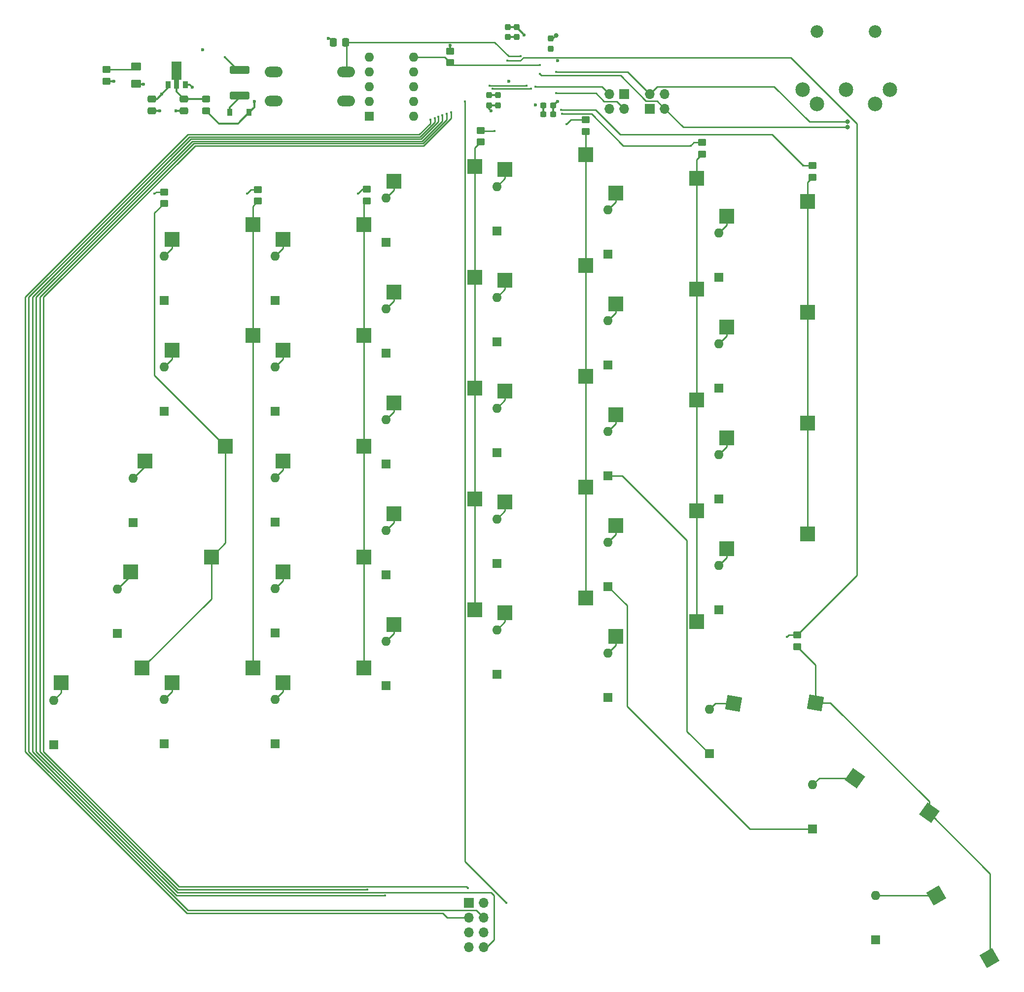
<source format=gbr>
%TF.GenerationSoftware,KiCad,Pcbnew,(6.0.0)*%
%TF.CreationDate,2022-01-02T22:46:40-08:00*%
%TF.ProjectId,thumbler_left,7468756d-626c-4657-925f-6c6566742e6b,rev?*%
%TF.SameCoordinates,Original*%
%TF.FileFunction,Copper,L4,Bot*%
%TF.FilePolarity,Positive*%
%FSLAX46Y46*%
G04 Gerber Fmt 4.6, Leading zero omitted, Abs format (unit mm)*
G04 Created by KiCad (PCBNEW (6.0.0)) date 2022-01-02 22:46:40*
%MOMM*%
%LPD*%
G01*
G04 APERTURE LIST*
G04 Aperture macros list*
%AMRoundRect*
0 Rectangle with rounded corners*
0 $1 Rounding radius*
0 $2 $3 $4 $5 $6 $7 $8 $9 X,Y pos of 4 corners*
0 Add a 4 corners polygon primitive as box body*
4,1,4,$2,$3,$4,$5,$6,$7,$8,$9,$2,$3,0*
0 Add four circle primitives for the rounded corners*
1,1,$1+$1,$2,$3*
1,1,$1+$1,$4,$5*
1,1,$1+$1,$6,$7*
1,1,$1+$1,$8,$9*
0 Add four rect primitives between the rounded corners*
20,1,$1+$1,$2,$3,$4,$5,0*
20,1,$1+$1,$4,$5,$6,$7,0*
20,1,$1+$1,$6,$7,$8,$9,0*
20,1,$1+$1,$8,$9,$2,$3,0*%
%AMRotRect*
0 Rectangle, with rotation*
0 The origin of the aperture is its center*
0 $1 length*
0 $2 width*
0 $3 Rotation angle, in degrees counterclockwise*
0 Add horizontal line*
21,1,$1,$2,0,0,$3*%
%AMFreePoly0*
4,1,9,3.862500,-0.866500,0.737500,-0.866500,0.737500,-0.450000,-0.737500,-0.450000,-0.737500,0.450000,0.737500,0.450000,0.737500,0.866500,3.862500,0.866500,3.862500,-0.866500,3.862500,-0.866500,$1*%
G04 Aperture macros list end*
%TA.AperFunction,SMDPad,CuDef*%
%ADD10R,2.550000X2.500000*%
%TD*%
%TA.AperFunction,ComponentPad*%
%ADD11R,1.600000X1.600000*%
%TD*%
%TA.AperFunction,ComponentPad*%
%ADD12O,1.600000X1.600000*%
%TD*%
%TA.AperFunction,ComponentPad*%
%ADD13C,2.500000*%
%TD*%
%TA.AperFunction,ComponentPad*%
%ADD14C,2.184400*%
%TD*%
%TA.AperFunction,ComponentPad*%
%ADD15R,1.700000X1.700000*%
%TD*%
%TA.AperFunction,ComponentPad*%
%ADD16O,1.700000X1.700000*%
%TD*%
%TA.AperFunction,SMDPad,CuDef*%
%ADD17RotRect,2.550000X2.500000X350.000000*%
%TD*%
%TA.AperFunction,SMDPad,CuDef*%
%ADD18RotRect,2.550000X2.500000X324.600000*%
%TD*%
%TA.AperFunction,SMDPad,CuDef*%
%ADD19RotRect,2.550000X2.500000X300.000000*%
%TD*%
%TA.AperFunction,SMDPad,CuDef*%
%ADD20RoundRect,0.250000X-0.475000X0.337500X-0.475000X-0.337500X0.475000X-0.337500X0.475000X0.337500X0*%
%TD*%
%TA.AperFunction,SMDPad,CuDef*%
%ADD21RoundRect,0.237500X-0.237500X0.300000X-0.237500X-0.300000X0.237500X-0.300000X0.237500X0.300000X0*%
%TD*%
%TA.AperFunction,SMDPad,CuDef*%
%ADD22RoundRect,0.237500X-0.300000X-0.237500X0.300000X-0.237500X0.300000X0.237500X-0.300000X0.237500X0*%
%TD*%
%TA.AperFunction,SMDPad,CuDef*%
%ADD23RoundRect,0.237500X0.237500X-0.300000X0.237500X0.300000X-0.237500X0.300000X-0.237500X-0.300000X0*%
%TD*%
%TA.AperFunction,SMDPad,CuDef*%
%ADD24RoundRect,0.250000X0.337500X0.475000X-0.337500X0.475000X-0.337500X-0.475000X0.337500X-0.475000X0*%
%TD*%
%TA.AperFunction,SMDPad,CuDef*%
%ADD25RoundRect,0.250000X-0.625000X0.462500X-0.625000X-0.462500X0.625000X-0.462500X0.625000X0.462500X0*%
%TD*%
%TA.AperFunction,SMDPad,CuDef*%
%ADD26RoundRect,0.249999X0.450001X-0.350001X0.450001X0.350001X-0.450001X0.350001X-0.450001X-0.350001X0*%
%TD*%
%TA.AperFunction,SMDPad,CuDef*%
%ADD27RoundRect,0.249999X-0.450001X0.350001X-0.450001X-0.350001X0.450001X-0.350001X0.450001X0.350001X0*%
%TD*%
%TA.AperFunction,ComponentPad*%
%ADD28O,3.048000X1.850000*%
%TD*%
%TA.AperFunction,SMDPad,CuDef*%
%ADD29R,0.900000X1.300000*%
%TD*%
%TA.AperFunction,SMDPad,CuDef*%
%ADD30FreePoly0,90.000000*%
%TD*%
%TA.AperFunction,SMDPad,CuDef*%
%ADD31R,0.900000X1.200000*%
%TD*%
%TA.AperFunction,SMDPad,CuDef*%
%ADD32RoundRect,0.249999X-0.450001X0.325001X-0.450001X-0.325001X0.450001X-0.325001X0.450001X0.325001X0*%
%TD*%
%TA.AperFunction,SMDPad,CuDef*%
%ADD33RoundRect,0.250000X-1.450000X0.400000X-1.450000X-0.400000X1.450000X-0.400000X1.450000X0.400000X0*%
%TD*%
%TA.AperFunction,ViaPad*%
%ADD34C,0.600000*%
%TD*%
%TA.AperFunction,ViaPad*%
%ADD35C,0.800000*%
%TD*%
%TA.AperFunction,ViaPad*%
%ADD36C,0.450000*%
%TD*%
%TA.AperFunction,Conductor*%
%ADD37C,0.350000*%
%TD*%
%TA.AperFunction,Conductor*%
%ADD38C,0.250000*%
%TD*%
G04 APERTURE END LIST*
D10*
%TO.P,S1,1,1*%
%TO.N,Net-(D3-Pad2)*%
X90046000Y-251711000D03*
%TO.P,S1,2,2*%
%TO.N,Net-(R3-Pad2)*%
X103896000Y-249171000D03*
%TD*%
%TO.P,S4,1,1*%
%TO.N,Net-(D6-Pad2)*%
X109093000Y-175506200D03*
%TO.P,S4,2,2*%
%TO.N,Net-(R5-Pad2)*%
X122943000Y-172966200D03*
%TD*%
D11*
%TO.P,D6,1,K*%
%TO.N,L_ROW1*%
X107711000Y-186032200D03*
D12*
%TO.P,D6,2,A*%
%TO.N,Net-(D6-Pad2)*%
X107711000Y-178412200D03*
%TD*%
D11*
%TO.P,D3,1,K*%
%TO.N,L_ROW5*%
X88701000Y-262394000D03*
D12*
%TO.P,D3,2,A*%
%TO.N,Net-(D3-Pad2)*%
X88701000Y-254774000D03*
%TD*%
D11*
%TO.P,D29,1,K*%
%TO.N,L_ROW3*%
X201345800Y-263906000D03*
D12*
%TO.P,D29,2,A*%
%TO.N,Net-(D29-Pad2)*%
X201345800Y-256286000D03*
%TD*%
D11*
%TO.P,D30,1,K*%
%TO.N,L_ROW4*%
X219075000Y-276860000D03*
D12*
%TO.P,D30,2,A*%
%TO.N,Net-(D30-Pad2)*%
X219075000Y-269240000D03*
%TD*%
D11*
%TO.P,D31,1,K*%
%TO.N,L_ROW5*%
X229870000Y-295910000D03*
D12*
%TO.P,D31,2,A*%
%TO.N,Net-(D31-Pad2)*%
X229870000Y-288290000D03*
%TD*%
D13*
%TO.P,J4,1*%
%TO.N,GND*%
X217317306Y-149732831D03*
%TO.P,J4,2*%
%TO.N,Net-(J4-Pad2)*%
X224817306Y-149732831D03*
%TO.P,J4,3*%
%TO.N,L_RX*%
X232317306Y-149732831D03*
%TO.P,J4,4*%
%TO.N,+5V*%
X219817306Y-152232831D03*
%TO.P,J4,5*%
%TO.N,L_TX*%
X229817306Y-152232831D03*
D14*
%TO.P,J4,MH*%
%TO.N,N/C*%
X229817306Y-139732831D03*
X219817306Y-139732831D03*
%TD*%
D15*
%TO.P,J3,1,Pin_1*%
%TO.N,GND*%
X186695000Y-150490000D03*
D16*
%TO.P,J3,2,Pin_2*%
%TO.N,L_SWCLK*%
X186695000Y-153030000D03*
%TO.P,J3,3,Pin_3*%
%TO.N,L_SWDIO*%
X184155000Y-150490000D03*
%TO.P,J3,4,Pin_4*%
%TO.N,+3V3*%
X184155000Y-153030000D03*
%TD*%
D17*
%TO.P,S27,1,1*%
%TO.N,Net-(D29-Pad2)*%
X205466920Y-255240408D03*
%TO.P,S27,2,2*%
%TO.N,Net-(R11-Pad2)*%
X219547574Y-255144024D03*
%TD*%
D18*
%TO.P,S28,1,1*%
%TO.N,Net-(D30-Pad2)*%
X226303906Y-268087981D03*
%TO.P,S28,2,2*%
%TO.N,Net-(R11-Pad2)*%
X239064800Y-274040600D03*
%TD*%
D19*
%TO.P,S29,1,1*%
%TO.N,Net-(D31-Pad2)*%
X240290617Y-288299663D03*
%TO.P,S29,2,2*%
%TO.N,Net-(R11-Pad2)*%
X249415321Y-299024115D03*
%TD*%
D15*
%TO.P,J2,1,Pin_1*%
%TO.N,GND*%
X191135000Y-153035000D03*
D16*
%TO.P,J2,2,Pin_2*%
%TO.N,L_TX*%
X191135000Y-150495000D03*
%TO.P,J2,3,Pin_3*%
%TO.N,L_RX*%
X193675000Y-153035000D03*
%TO.P,J2,4,Pin_4*%
%TO.N,+3V3*%
X193675000Y-150495000D03*
%TD*%
D10*
%TO.P,S7,1,1*%
%TO.N,Net-(D9-Pad2)*%
X128143000Y-175506200D03*
%TO.P,S7,2,2*%
%TO.N,Net-(R6-Pad2)*%
X141993000Y-172966200D03*
%TD*%
%TO.P,S12,1,1*%
%TO.N,Net-(D14-Pad2)*%
X147193000Y-165506200D03*
%TO.P,S12,2,2*%
%TO.N,Net-(R8-Pad2)*%
X161043000Y-162966200D03*
%TD*%
%TO.P,S17,1,1*%
%TO.N,Net-(D19-Pad2)*%
X166243000Y-163506200D03*
%TO.P,S17,2,2*%
%TO.N,Net-(R9-Pad2)*%
X180093000Y-160966200D03*
%TD*%
%TO.P,S22,1,1*%
%TO.N,Net-(D24-Pad2)*%
X185293000Y-167506200D03*
%TO.P,S22,2,2*%
%TO.N,Net-(R10-Pad2)*%
X199143000Y-164966200D03*
%TD*%
%TO.P,S30,1,1*%
%TO.N,Net-(D32-Pad2)*%
X204343000Y-171506200D03*
%TO.P,S30,2,2*%
%TO.N,Net-(R12-Pad2)*%
X218193000Y-168966200D03*
%TD*%
%TO.P,S5,1,1*%
%TO.N,Net-(D7-Pad2)*%
X109093000Y-194556200D03*
%TO.P,S5,2,2*%
%TO.N,Net-(R5-Pad2)*%
X122943000Y-192016200D03*
%TD*%
%TO.P,S8,1,1*%
%TO.N,Net-(D10-Pad2)*%
X128143000Y-194556200D03*
%TO.P,S8,2,2*%
%TO.N,Net-(R6-Pad2)*%
X141993000Y-192016200D03*
%TD*%
%TO.P,S13,1,1*%
%TO.N,Net-(D15-Pad2)*%
X147193000Y-184556200D03*
%TO.P,S13,2,2*%
%TO.N,Net-(R8-Pad2)*%
X161043000Y-182016200D03*
%TD*%
%TO.P,S18,1,1*%
%TO.N,Net-(D20-Pad2)*%
X166243000Y-182556200D03*
%TO.P,S18,2,2*%
%TO.N,Net-(R9-Pad2)*%
X180093000Y-180016200D03*
%TD*%
%TO.P,S23,1,1*%
%TO.N,Net-(D25-Pad2)*%
X185293000Y-186556200D03*
%TO.P,S23,2,2*%
%TO.N,Net-(R10-Pad2)*%
X199143000Y-184016200D03*
%TD*%
%TO.P,S31,1,1*%
%TO.N,Net-(D33-Pad2)*%
X204343000Y-190556200D03*
%TO.P,S31,2,2*%
%TO.N,Net-(R12-Pad2)*%
X218193000Y-188016200D03*
%TD*%
%TO.P,S2,1,1*%
%TO.N,Net-(D4-Pad2)*%
X104366516Y-213597880D03*
%TO.P,S2,2,2*%
%TO.N,Net-(R3-Pad2)*%
X118216516Y-211057880D03*
%TD*%
%TO.P,S9,1,1*%
%TO.N,Net-(D11-Pad2)*%
X128143000Y-213606200D03*
%TO.P,S9,2,2*%
%TO.N,Net-(R6-Pad2)*%
X141993000Y-211066200D03*
%TD*%
%TO.P,S14,1,1*%
%TO.N,Net-(D16-Pad2)*%
X147193000Y-203606200D03*
%TO.P,S14,2,2*%
%TO.N,Net-(R8-Pad2)*%
X161043000Y-201066200D03*
%TD*%
%TO.P,S19,1,1*%
%TO.N,Net-(D21-Pad2)*%
X166243000Y-201606200D03*
%TO.P,S19,2,2*%
%TO.N,Net-(R9-Pad2)*%
X180093000Y-199066200D03*
%TD*%
%TO.P,S24,1,1*%
%TO.N,Net-(D26-Pad2)*%
X185293000Y-205606200D03*
%TO.P,S24,2,2*%
%TO.N,Net-(R10-Pad2)*%
X199143000Y-203066200D03*
%TD*%
%TO.P,S32,1,1*%
%TO.N,Net-(D34-Pad2)*%
X204343000Y-209606200D03*
%TO.P,S32,2,2*%
%TO.N,Net-(R12-Pad2)*%
X218193000Y-207066200D03*
%TD*%
%TO.P,S3,1,1*%
%TO.N,Net-(D5-Pad2)*%
X101945456Y-232655156D03*
%TO.P,S3,2,2*%
%TO.N,Net-(R3-Pad2)*%
X115795456Y-230115156D03*
%TD*%
%TO.P,S10,1,1*%
%TO.N,Net-(D12-Pad2)*%
X128143000Y-232656200D03*
%TO.P,S10,2,2*%
%TO.N,Net-(R6-Pad2)*%
X141993000Y-230116200D03*
%TD*%
%TO.P,S15,1,1*%
%TO.N,Net-(D17-Pad2)*%
X147193000Y-222656200D03*
%TO.P,S15,2,2*%
%TO.N,Net-(R8-Pad2)*%
X161043000Y-220116200D03*
%TD*%
%TO.P,S20,1,1*%
%TO.N,Net-(D22-Pad2)*%
X166243000Y-220656200D03*
%TO.P,S20,2,2*%
%TO.N,Net-(R9-Pad2)*%
X180093000Y-218116200D03*
%TD*%
%TO.P,S25,1,1*%
%TO.N,Net-(D27-Pad2)*%
X185293000Y-224656200D03*
%TO.P,S25,2,2*%
%TO.N,Net-(R10-Pad2)*%
X199143000Y-222116200D03*
%TD*%
%TO.P,S33,1,1*%
%TO.N,Net-(D35-Pad2)*%
X204343000Y-228656200D03*
%TO.P,S33,2,2*%
%TO.N,Net-(R12-Pad2)*%
X218193000Y-226116200D03*
%TD*%
%TO.P,S6,1,1*%
%TO.N,Net-(D8-Pad2)*%
X109093000Y-251706200D03*
%TO.P,S6,2,2*%
%TO.N,Net-(R5-Pad2)*%
X122943000Y-249166200D03*
%TD*%
%TO.P,S11,1,1*%
%TO.N,Net-(D13-Pad2)*%
X128143000Y-251706200D03*
%TO.P,S11,2,2*%
%TO.N,Net-(R6-Pad2)*%
X141993000Y-249166200D03*
%TD*%
%TO.P,S16,1,1*%
%TO.N,Net-(D18-Pad2)*%
X147193000Y-241706200D03*
%TO.P,S16,2,2*%
%TO.N,Net-(R8-Pad2)*%
X161043000Y-239166200D03*
%TD*%
%TO.P,S21,1,1*%
%TO.N,Net-(D23-Pad2)*%
X166243000Y-239706200D03*
%TO.P,S21,2,2*%
%TO.N,Net-(R9-Pad2)*%
X180093000Y-237166200D03*
%TD*%
%TO.P,S26,1,1*%
%TO.N,Net-(D28-Pad2)*%
X185293000Y-243706200D03*
%TO.P,S26,2,2*%
%TO.N,Net-(R10-Pad2)*%
X199143000Y-241166200D03*
%TD*%
D11*
%TO.P,D9,1,K*%
%TO.N,L_ROW1*%
X126761000Y-186032200D03*
D12*
%TO.P,D9,2,A*%
%TO.N,Net-(D9-Pad2)*%
X126761000Y-178412200D03*
%TD*%
D11*
%TO.P,D14,1,K*%
%TO.N,L_ROW1*%
X145811000Y-176032200D03*
D12*
%TO.P,D14,2,A*%
%TO.N,Net-(D14-Pad2)*%
X145811000Y-168412200D03*
%TD*%
D11*
%TO.P,D19,1,K*%
%TO.N,L_ROW1*%
X164861000Y-174032200D03*
D12*
%TO.P,D19,2,A*%
%TO.N,Net-(D19-Pad2)*%
X164861000Y-166412200D03*
%TD*%
D11*
%TO.P,D24,1,K*%
%TO.N,L_ROW1*%
X183911000Y-178032200D03*
D12*
%TO.P,D24,2,A*%
%TO.N,Net-(D24-Pad2)*%
X183911000Y-170412200D03*
%TD*%
D11*
%TO.P,D32,1,K*%
%TO.N,L_ROW2*%
X202961000Y-182032200D03*
D12*
%TO.P,D32,2,A*%
%TO.N,Net-(D32-Pad2)*%
X202961000Y-174412200D03*
%TD*%
D11*
%TO.P,D7,1,K*%
%TO.N,L_ROW2*%
X107711000Y-205082200D03*
D12*
%TO.P,D7,2,A*%
%TO.N,Net-(D7-Pad2)*%
X107711000Y-197462200D03*
%TD*%
D11*
%TO.P,D10,1,K*%
%TO.N,L_ROW2*%
X126761000Y-205082200D03*
D12*
%TO.P,D10,2,A*%
%TO.N,Net-(D10-Pad2)*%
X126761000Y-197462200D03*
%TD*%
D11*
%TO.P,D15,1,K*%
%TO.N,L_ROW2*%
X145811000Y-195082200D03*
D12*
%TO.P,D15,2,A*%
%TO.N,Net-(D15-Pad2)*%
X145811000Y-187462200D03*
%TD*%
D11*
%TO.P,D20,1,K*%
%TO.N,L_ROW2*%
X164861000Y-193082200D03*
D12*
%TO.P,D20,2,A*%
%TO.N,Net-(D20-Pad2)*%
X164861000Y-185462200D03*
%TD*%
D11*
%TO.P,D25,1,K*%
%TO.N,L_ROW2*%
X183911000Y-197082200D03*
D12*
%TO.P,D25,2,A*%
%TO.N,Net-(D25-Pad2)*%
X183911000Y-189462200D03*
%TD*%
D11*
%TO.P,D33,1,K*%
%TO.N,L_ROW3*%
X202961000Y-201082200D03*
D12*
%TO.P,D33,2,A*%
%TO.N,Net-(D33-Pad2)*%
X202961000Y-193462200D03*
%TD*%
D11*
%TO.P,D4,1,K*%
%TO.N,L_ROW3*%
X102331600Y-224155000D03*
D12*
%TO.P,D4,2,A*%
%TO.N,Net-(D4-Pad2)*%
X102331600Y-216535000D03*
%TD*%
D11*
%TO.P,D11,1,K*%
%TO.N,L_ROW3*%
X126761000Y-224132200D03*
D12*
%TO.P,D11,2,A*%
%TO.N,Net-(D11-Pad2)*%
X126761000Y-216512200D03*
%TD*%
D11*
%TO.P,D16,1,K*%
%TO.N,L_ROW3*%
X145811000Y-214132200D03*
D12*
%TO.P,D16,2,A*%
%TO.N,Net-(D16-Pad2)*%
X145811000Y-206512200D03*
%TD*%
D11*
%TO.P,D21,1,K*%
%TO.N,L_ROW3*%
X164861000Y-212132200D03*
D12*
%TO.P,D21,2,A*%
%TO.N,Net-(D21-Pad2)*%
X164861000Y-204512200D03*
%TD*%
D11*
%TO.P,D26,1,K*%
%TO.N,L_ROW3*%
X183911000Y-216132200D03*
D12*
%TO.P,D26,2,A*%
%TO.N,Net-(D26-Pad2)*%
X183911000Y-208512200D03*
%TD*%
D11*
%TO.P,D34,1,K*%
%TO.N,L_ROW4*%
X202961000Y-220132200D03*
D12*
%TO.P,D34,2,A*%
%TO.N,Net-(D34-Pad2)*%
X202961000Y-212512200D03*
%TD*%
D11*
%TO.P,D5,1,K*%
%TO.N,L_ROW4*%
X99695000Y-243205000D03*
D12*
%TO.P,D5,2,A*%
%TO.N,Net-(D5-Pad2)*%
X99695000Y-235585000D03*
%TD*%
D11*
%TO.P,D12,1,K*%
%TO.N,L_ROW4*%
X126761000Y-243182200D03*
D12*
%TO.P,D12,2,A*%
%TO.N,Net-(D12-Pad2)*%
X126761000Y-235562200D03*
%TD*%
D11*
%TO.P,D17,1,K*%
%TO.N,L_ROW4*%
X145811000Y-233182200D03*
D12*
%TO.P,D17,2,A*%
%TO.N,Net-(D17-Pad2)*%
X145811000Y-225562200D03*
%TD*%
D11*
%TO.P,D22,1,K*%
%TO.N,L_ROW4*%
X164861000Y-231182200D03*
D12*
%TO.P,D22,2,A*%
%TO.N,Net-(D22-Pad2)*%
X164861000Y-223562200D03*
%TD*%
D11*
%TO.P,D27,1,K*%
%TO.N,L_ROW4*%
X183911000Y-235182200D03*
D12*
%TO.P,D27,2,A*%
%TO.N,Net-(D27-Pad2)*%
X183911000Y-227562200D03*
%TD*%
D11*
%TO.P,D35,1,K*%
%TO.N,L_ROW5*%
X202961000Y-239182200D03*
D12*
%TO.P,D35,2,A*%
%TO.N,Net-(D35-Pad2)*%
X202961000Y-231562200D03*
%TD*%
D11*
%TO.P,D8,1,K*%
%TO.N,L_ROW5*%
X107711000Y-262232200D03*
D12*
%TO.P,D8,2,A*%
%TO.N,Net-(D8-Pad2)*%
X107711000Y-254612200D03*
%TD*%
D11*
%TO.P,D13,1,K*%
%TO.N,L_ROW5*%
X126761000Y-262232200D03*
D12*
%TO.P,D13,2,A*%
%TO.N,Net-(D13-Pad2)*%
X126761000Y-254612200D03*
%TD*%
D11*
%TO.P,D18,1,K*%
%TO.N,L_ROW5*%
X145811000Y-252232200D03*
D12*
%TO.P,D18,2,A*%
%TO.N,Net-(D18-Pad2)*%
X145811000Y-244612200D03*
%TD*%
D11*
%TO.P,D23,1,K*%
%TO.N,L_ROW5*%
X164861000Y-250232200D03*
D12*
%TO.P,D23,2,A*%
%TO.N,Net-(D23-Pad2)*%
X164861000Y-242612200D03*
%TD*%
D11*
%TO.P,D28,1,K*%
%TO.N,L_ROW5*%
X183911000Y-254232200D03*
D12*
%TO.P,D28,2,A*%
%TO.N,Net-(D28-Pad2)*%
X183911000Y-246612200D03*
%TD*%
D15*
%TO.P,J9,1,Pin_1*%
%TO.N,GND*%
X160020000Y-289560000D03*
D16*
%TO.P,J9,2,Pin_2*%
%TO.N,ENC_BN*%
X162560000Y-289560000D03*
%TO.P,J9,3,Pin_3*%
%TO.N,ENC_B*%
X160020000Y-292100000D03*
%TO.P,J9,4,Pin_4*%
%TO.N,ENC_A*%
X162560000Y-292100000D03*
%TO.P,J9,5,Pin_5*%
%TO.N,ENC_LF*%
X160020000Y-294640000D03*
%TO.P,J9,6,Pin_6*%
%TO.N,ENC_UP*%
X162560000Y-294640000D03*
%TO.P,J9,7,Pin_7*%
%TO.N,ENC_RT*%
X160020000Y-297180000D03*
%TO.P,J9,8,Pin_8*%
%TO.N,ENC_DN*%
X162560000Y-297180000D03*
%TD*%
D20*
%TO.P,C1,1*%
%TO.N,Net-(C1-Pad1)*%
X111125000Y-151331250D03*
%TO.P,C1,2*%
%TO.N,GND*%
X111125000Y-153406250D03*
%TD*%
D21*
%TO.P,C3,1*%
%TO.N,+3V3*%
X163515100Y-150728600D03*
%TO.P,C3,2*%
%TO.N,GND*%
X163515100Y-152453600D03*
%TD*%
D22*
%TO.P,C7,1*%
%TO.N,+3V3*%
X172812600Y-152506600D03*
%TO.P,C7,2*%
%TO.N,GND*%
X174537600Y-152506600D03*
%TD*%
D23*
%TO.P,C8,1*%
%TO.N,+3V3*%
X174056100Y-142701100D03*
%TO.P,C8,2*%
%TO.N,GND*%
X174056100Y-140976100D03*
%TD*%
%TO.P,C9,1*%
%TO.N,+3V3*%
X166702800Y-140695600D03*
%TO.P,C9,2*%
%TO.N,GND*%
X166702800Y-138970600D03*
%TD*%
D24*
%TO.P,C4,1*%
%TO.N,~{RST}*%
X138832500Y-141605000D03*
%TO.P,C4,2*%
%TO.N,GND*%
X136757500Y-141605000D03*
%TD*%
D23*
%TO.P,C10,1*%
%TO.N,+3V3*%
X168214100Y-140695600D03*
%TO.P,C10,2*%
%TO.N,GND*%
X168214100Y-138970600D03*
%TD*%
D25*
%TO.P,D2,1,K*%
%TO.N,Net-(D2-Pad1)*%
X102842500Y-145801250D03*
%TO.P,D2,2,A*%
%TO.N,+3V3*%
X102842500Y-148776250D03*
%TD*%
D26*
%TO.P,R7,1*%
%TO.N,L_BOOT0*%
X156845000Y-145145000D03*
%TO.P,R7,2*%
%TO.N,GND*%
X156845000Y-143145000D03*
%TD*%
D27*
%TO.P,R4,1*%
%TO.N,Net-(D2-Pad1)*%
X97762500Y-146288750D03*
%TO.P,R4,2*%
%TO.N,GND*%
X97762500Y-148288750D03*
%TD*%
%TO.P,R6,1*%
%TO.N,L_COL5*%
X142523600Y-166880600D03*
%TO.P,R6,2*%
%TO.N,Net-(R6-Pad2)*%
X142523600Y-168880600D03*
%TD*%
%TO.P,R8,1*%
%TO.N,L_COL4*%
X162030800Y-156771400D03*
%TO.P,R8,2*%
%TO.N,Net-(R8-Pad2)*%
X162030800Y-158771400D03*
%TD*%
%TO.P,R9,1*%
%TO.N,L_COL3*%
X180086000Y-154956000D03*
%TO.P,R9,2*%
%TO.N,Net-(R9-Pad2)*%
X180086000Y-156956000D03*
%TD*%
%TO.P,R10,1*%
%TO.N,L_COL2*%
X200080000Y-158854200D03*
%TO.P,R10,2*%
%TO.N,Net-(R10-Pad2)*%
X200080000Y-160854200D03*
%TD*%
%TO.P,R11,1*%
%TO.N,L_COL8*%
X216408000Y-243491000D03*
%TO.P,R11,2*%
%TO.N,Net-(R11-Pad2)*%
X216408000Y-245491000D03*
%TD*%
%TO.P,R12,1*%
%TO.N,L_COL1*%
X219028400Y-162816600D03*
%TO.P,R12,2*%
%TO.N,Net-(R12-Pad2)*%
X219028400Y-164816600D03*
%TD*%
D28*
%TO.P,SW1,1,1*%
%TO.N,GND*%
X126475000Y-151725000D03*
X138975000Y-151725000D03*
%TO.P,SW1,2,2*%
%TO.N,~{RST}*%
X126475000Y-146725000D03*
X138975000Y-146725000D03*
%TD*%
D11*
%TO.P,SW2,1*%
%TO.N,GND*%
X142925750Y-154294250D03*
D12*
%TO.P,SW2,2*%
X142925750Y-151754250D03*
%TO.P,SW2,3*%
X142925750Y-149214250D03*
%TO.P,SW2,4*%
X142925750Y-146674250D03*
%TO.P,SW2,5*%
%TO.N,+3V3*%
X142925750Y-144134250D03*
%TO.P,SW2,6*%
%TO.N,L_BOOT0*%
X150545750Y-144134250D03*
%TO.P,SW2,7*%
%TO.N,L_OPT4*%
X150545750Y-146674250D03*
%TO.P,SW2,8*%
%TO.N,L_OPT3*%
X150545750Y-149214250D03*
%TO.P,SW2,9*%
%TO.N,L_OPT2*%
X150545750Y-151754250D03*
%TO.P,SW2,10*%
%TO.N,L_OPT1*%
X150545750Y-154294250D03*
%TD*%
D29*
%TO.P,U2,1,GND*%
%TO.N,GND*%
X111355000Y-148938750D03*
D30*
%TO.P,U2,2,VI*%
%TO.N,Net-(C1-Pad1)*%
X109855000Y-148851250D03*
D29*
%TO.P,U2,3,VO*%
%TO.N,+3V3*%
X108355000Y-148938750D03*
%TD*%
D31*
%TO.P,D1,1,K*%
%TO.N,+5V*%
X122300000Y-153670000D03*
%TO.P,D1,2,A*%
%TO.N,Net-(D1-Pad2)*%
X119000000Y-153670000D03*
%TD*%
D27*
%TO.P,R5,1*%
%TO.N,L_COL6*%
X123829200Y-166931400D03*
%TO.P,R5,2*%
%TO.N,Net-(R5-Pad2)*%
X123829200Y-168931400D03*
%TD*%
D32*
%TO.P,FB1,1*%
%TO.N,Net-(C1-Pad1)*%
X114935000Y-151375000D03*
%TO.P,FB1,2*%
%TO.N,+5V*%
X114935000Y-153425000D03*
%TD*%
D33*
%TO.P,F1,1*%
%TO.N,Net-(F1-Pad1)*%
X120650000Y-146365000D03*
%TO.P,F1,2*%
%TO.N,Net-(D1-Pad2)*%
X120650000Y-150815000D03*
%TD*%
D20*
%TO.P,C2,1*%
%TO.N,+3V3*%
X105612500Y-151331250D03*
%TO.P,C2,2*%
%TO.N,GND*%
X105612500Y-153406250D03*
%TD*%
D22*
%TO.P,C5,1*%
%TO.N,+3V3*%
X172812600Y-154030600D03*
%TO.P,C5,2*%
%TO.N,GND*%
X174537600Y-154030600D03*
%TD*%
D21*
%TO.P,C6,1*%
%TO.N,+3V3*%
X165039100Y-150728600D03*
%TO.P,C6,2*%
%TO.N,GND*%
X165039100Y-152453600D03*
%TD*%
D27*
%TO.P,R3,1*%
%TO.N,L_COL7*%
X107674800Y-167337800D03*
%TO.P,R3,2*%
%TO.N,Net-(R3-Pad2)*%
X107674800Y-169337800D03*
%TD*%
D34*
%TO.N,GND*%
X171450000Y-152400000D03*
X169545000Y-140335000D03*
X163830000Y-153416000D03*
X166878000Y-148336000D03*
X175260000Y-151765000D03*
X135890000Y-140970000D03*
X156845000Y-142157502D03*
X114300000Y-142875000D03*
X175259999Y-144779999D03*
X106934000Y-153416000D03*
X109728000Y-153416000D03*
X99060000Y-148336000D03*
X112522000Y-149352000D03*
D35*
X175006000Y-140462000D03*
D34*
%TO.N,+3V3*%
X104140000Y-148844000D03*
X107315000Y-150495000D03*
X168323436Y-140675575D03*
X174056100Y-142727600D03*
X172786077Y-152310500D03*
X165039100Y-150628100D03*
D36*
%TO.N,~{RST}*%
X168910002Y-144018000D03*
D34*
%TO.N,+5V*%
X123190000Y-151765000D03*
D36*
%TO.N,L_TX*%
X175006000Y-146685000D03*
D35*
X225044000Y-155282497D03*
%TO.N,L_RX*%
X225044000Y-156210000D03*
D36*
X172212000Y-147066000D03*
%TO.N,L_SWCLK*%
X175006000Y-150368000D03*
%TO.N,L_SWDIO*%
X171450000Y-149225000D03*
%TO.N,L_COL7*%
X106045000Y-167640000D03*
%TO.N,L_BOOT0*%
X172212000Y-145542000D03*
%TO.N,L_USB_D+*%
X170688000Y-149606000D03*
X164084000Y-149606000D03*
%TO.N,L_USB_D-*%
X163576000Y-149098000D03*
X169926000Y-149098000D03*
%TO.N,L_COL6*%
X121920000Y-167640000D03*
%TO.N,L_COL5*%
X140970000Y-167640000D03*
%TO.N,L_COL4*%
X164465000Y-156845000D03*
%TO.N,L_COL3*%
X176784000Y-155702000D03*
%TO.N,L_COL2*%
X176022000Y-153924000D03*
X198120000Y-159385000D03*
%TO.N,L_COL8*%
X166624000Y-144780000D03*
X214630000Y-243840000D03*
%TO.N,L_COL1*%
X217424000Y-162814000D03*
X175897840Y-153208100D03*
%TO.N,Net-(F1-Pad1)*%
X118110000Y-144145000D03*
%TO.N,ENC_DN*%
X155448000Y-154178000D03*
%TO.N,ENC_RT*%
X156210000Y-153924000D03*
X142621000Y-287274000D03*
%TO.N,ENC_UP*%
X156972000Y-153670000D03*
X159893000Y-287020000D03*
%TO.N,ENC_LF*%
X154784117Y-154432000D03*
X145669000Y-288290000D03*
%TO.N,ENC_A*%
X154178000Y-154686000D03*
%TO.N,ENC_B*%
X153416000Y-154940000D03*
%TO.N,ENC_BN*%
X159385000Y-151765000D03*
X166497000Y-289560000D03*
%TD*%
D37*
%TO.N,Net-(D1-Pad2)*%
X120650000Y-151130000D02*
X119000000Y-152780000D01*
X120650000Y-150815000D02*
X120650000Y-151130000D01*
X119000000Y-152780000D02*
X119000000Y-153670000D01*
D38*
%TO.N,Net-(D3-Pad2)*%
X90046000Y-251711000D02*
X90046000Y-253429000D01*
X90046000Y-253429000D02*
X88701000Y-254774000D01*
%TO.N,Net-(D4-Pad2)*%
X104366516Y-213597880D02*
X104366516Y-214500084D01*
X104366516Y-214500084D02*
X102331600Y-216535000D01*
%TO.N,Net-(D5-Pad2)*%
X101945456Y-232655156D02*
X101945456Y-233334544D01*
X101945456Y-233334544D02*
X99695000Y-235585000D01*
%TO.N,Net-(D6-Pad2)*%
X109093000Y-175506200D02*
X109093000Y-177030200D01*
X109093000Y-177030200D02*
X107711000Y-178412200D01*
%TO.N,Net-(D7-Pad2)*%
X109093000Y-194556200D02*
X109093000Y-196080200D01*
X109093000Y-196080200D02*
X107711000Y-197462200D01*
%TO.N,Net-(D8-Pad2)*%
X109093000Y-253230200D02*
X107711000Y-254612200D01*
X109093000Y-251706200D02*
X109093000Y-253230200D01*
%TO.N,Net-(D9-Pad2)*%
X128143000Y-177030200D02*
X126761000Y-178412200D01*
X128143000Y-175506200D02*
X128143000Y-177030200D01*
%TO.N,Net-(D10-Pad2)*%
X128143000Y-196080200D02*
X126761000Y-197462200D01*
X128143000Y-194556200D02*
X128143000Y-196080200D01*
%TO.N,Net-(D11-Pad2)*%
X128143000Y-215130200D02*
X126761000Y-216512200D01*
X128143000Y-213606200D02*
X128143000Y-215130200D01*
%TO.N,Net-(D12-Pad2)*%
X128143000Y-234180200D02*
X126761000Y-235562200D01*
X128143000Y-232656200D02*
X128143000Y-234180200D01*
%TO.N,Net-(D13-Pad2)*%
X128143000Y-253230200D02*
X126761000Y-254612200D01*
X128143000Y-251706200D02*
X128143000Y-253230200D01*
%TO.N,Net-(D14-Pad2)*%
X147193000Y-167030200D02*
X145811000Y-168412200D01*
X147193000Y-165506200D02*
X147193000Y-167030200D01*
%TO.N,Net-(D15-Pad2)*%
X147193000Y-186080200D02*
X145811000Y-187462200D01*
X147193000Y-184556200D02*
X147193000Y-186080200D01*
%TO.N,Net-(D16-Pad2)*%
X147193000Y-205130200D02*
X145811000Y-206512200D01*
X147193000Y-203606200D02*
X147193000Y-205130200D01*
%TO.N,Net-(D17-Pad2)*%
X147193000Y-224180200D02*
X145811000Y-225562200D01*
X147193000Y-222656200D02*
X147193000Y-224180200D01*
%TO.N,Net-(D18-Pad2)*%
X147193000Y-243230200D02*
X145811000Y-244612200D01*
X147193000Y-241706200D02*
X147193000Y-243230200D01*
%TO.N,Net-(D19-Pad2)*%
X166243000Y-165030200D02*
X164861000Y-166412200D01*
X166243000Y-163506200D02*
X166243000Y-165030200D01*
%TO.N,Net-(D20-Pad2)*%
X166243000Y-184080200D02*
X164861000Y-185462200D01*
X166243000Y-182556200D02*
X166243000Y-184080200D01*
%TO.N,Net-(D21-Pad2)*%
X166243000Y-203130200D02*
X164861000Y-204512200D01*
X166243000Y-201606200D02*
X166243000Y-203130200D01*
%TO.N,Net-(D22-Pad2)*%
X166243000Y-222180200D02*
X164861000Y-223562200D01*
X166243000Y-220656200D02*
X166243000Y-222180200D01*
%TO.N,Net-(D23-Pad2)*%
X166243000Y-241230200D02*
X164861000Y-242612200D01*
X166243000Y-239706200D02*
X166243000Y-241230200D01*
%TO.N,Net-(D24-Pad2)*%
X185293000Y-169030200D02*
X183911000Y-170412200D01*
X185293000Y-167506200D02*
X185293000Y-169030200D01*
%TO.N,Net-(D25-Pad2)*%
X185293000Y-188080200D02*
X183911000Y-189462200D01*
X185293000Y-186556200D02*
X185293000Y-188080200D01*
%TO.N,Net-(D26-Pad2)*%
X185293000Y-207130200D02*
X183911000Y-208512200D01*
X185293000Y-205606200D02*
X185293000Y-207130200D01*
%TO.N,Net-(D27-Pad2)*%
X185293000Y-226180200D02*
X183911000Y-227562200D01*
X185293000Y-224656200D02*
X185293000Y-226180200D01*
%TO.N,Net-(D28-Pad2)*%
X185293000Y-245230200D02*
X183911000Y-246612200D01*
X185293000Y-243706200D02*
X185293000Y-245230200D01*
%TO.N,Net-(D29-Pad2)*%
X205466920Y-255240408D02*
X202391392Y-255240408D01*
X202391392Y-255240408D02*
X201345800Y-256286000D01*
%TO.N,Net-(D30-Pad2)*%
X226303906Y-268087981D02*
X220227019Y-268087981D01*
X220227019Y-268087981D02*
X219075000Y-269240000D01*
%TO.N,Net-(D31-Pad2)*%
X240290617Y-288299663D02*
X229879663Y-288299663D01*
X229879663Y-288299663D02*
X229870000Y-288290000D01*
%TO.N,Net-(D32-Pad2)*%
X204343000Y-173030200D02*
X202961000Y-174412200D01*
X204343000Y-171506200D02*
X204343000Y-173030200D01*
%TO.N,Net-(D33-Pad2)*%
X204343000Y-192080200D02*
X202961000Y-193462200D01*
X204343000Y-190556200D02*
X204343000Y-192080200D01*
%TO.N,Net-(D34-Pad2)*%
X204343000Y-211130200D02*
X202961000Y-212512200D01*
X204343000Y-209606200D02*
X204343000Y-211130200D01*
%TO.N,Net-(D35-Pad2)*%
X204343000Y-230180200D02*
X202961000Y-231562200D01*
X204343000Y-228656200D02*
X204343000Y-230180200D01*
D37*
%TO.N,GND*%
X174537600Y-152506600D02*
X174537600Y-152487400D01*
X163515100Y-152453600D02*
X165039100Y-152453600D01*
X166702800Y-138970600D02*
X168214100Y-138970600D01*
X168214100Y-139004100D02*
X169545000Y-140335000D01*
D38*
X136122500Y-140970000D02*
X136757500Y-141605000D01*
D37*
X111115250Y-153416000D02*
X111125000Y-153406250D01*
X111355000Y-148938750D02*
X112108750Y-148938750D01*
X99060000Y-148336000D02*
X97809750Y-148336000D01*
X174491900Y-140976100D02*
X175006000Y-140462000D01*
X174056100Y-140976100D02*
X174491900Y-140976100D01*
X174537600Y-152506600D02*
X174537600Y-154030600D01*
X156845000Y-143145000D02*
X156845000Y-142157502D01*
X106924250Y-153406250D02*
X106934000Y-153416000D01*
X109728000Y-153416000D02*
X111115250Y-153416000D01*
X105612500Y-153406250D02*
X106924250Y-153406250D01*
X112108750Y-148938750D02*
X112522000Y-149352000D01*
X174537600Y-152487400D02*
X175260000Y-151765000D01*
X168214100Y-138970600D02*
X168214100Y-139004100D01*
X163515100Y-153101100D02*
X163830000Y-153416000D01*
X163515100Y-152453600D02*
X163515100Y-153101100D01*
X97809750Y-148336000D02*
X97762500Y-148288750D01*
D38*
X135890000Y-140970000D02*
X136122500Y-140970000D01*
D37*
%TO.N,Net-(C1-Pad1)*%
X109855000Y-150061250D02*
X109855000Y-148851250D01*
X111125000Y-151331250D02*
X114891250Y-151331250D01*
X109855000Y-150061250D02*
X111125000Y-151331250D01*
X114891250Y-151331250D02*
X114935000Y-151375000D01*
%TO.N,+3V3*%
X108355000Y-149455000D02*
X107315000Y-150495000D01*
X102910250Y-148844000D02*
X104140000Y-148844000D01*
X105612500Y-151331250D02*
X106478750Y-151331250D01*
X102842500Y-148776250D02*
X102910250Y-148844000D01*
X106478750Y-151331250D02*
X107315000Y-150495000D01*
X163515100Y-150728600D02*
X165039100Y-150728600D01*
X172812600Y-154030600D02*
X172786077Y-154004077D01*
X108355000Y-148938750D02*
X108355000Y-149455000D01*
X172786077Y-152558523D02*
X172786077Y-152310500D01*
X172760700Y-152335877D02*
X172786077Y-152310500D01*
X166702800Y-140695600D02*
X168303411Y-140695600D01*
X168303411Y-140695600D02*
X168323436Y-140675575D01*
X172786077Y-154004077D02*
X172786077Y-152310500D01*
D38*
%TO.N,~{RST}*%
X166878000Y-144018000D02*
X168910002Y-144018000D01*
X139065000Y-141837500D02*
X138832500Y-141605000D01*
X139065000Y-146635000D02*
X139065000Y-141837500D01*
X138832500Y-141605000D02*
X164465000Y-141605000D01*
X164465000Y-141605000D02*
X166878000Y-144018000D01*
X138975000Y-146725000D02*
X139065000Y-146635000D01*
%TO.N,L_ROW3*%
X197485000Y-227266544D02*
X186350656Y-216132200D01*
X186350656Y-216132200D02*
X183911000Y-216132200D01*
X197485000Y-260045200D02*
X197485000Y-227266544D01*
X201345800Y-263906000D02*
X197485000Y-260045200D01*
%TO.N,L_ROW4*%
X187164479Y-238435679D02*
X187164479Y-255744479D01*
X208280000Y-276860000D02*
X219075000Y-276860000D01*
X187164479Y-255744479D02*
X208280000Y-276860000D01*
X183911000Y-235182200D02*
X187164479Y-238435679D01*
D37*
%TO.N,+5V*%
X122300000Y-153670000D02*
X123190000Y-152780000D01*
X117085000Y-155575000D02*
X120395000Y-155575000D01*
X123190000Y-152780000D02*
X123190000Y-151765000D01*
X120395000Y-155575000D02*
X122300000Y-153670000D01*
X114935000Y-153425000D02*
X117085000Y-155575000D01*
D38*
%TO.N,L_TX*%
X218528497Y-155282497D02*
X225044000Y-155282497D01*
X212471000Y-149225000D02*
X218528497Y-155282497D01*
X187325000Y-146685000D02*
X175006000Y-146685000D01*
X191135000Y-150495000D02*
X192405000Y-149225000D01*
X191135000Y-150495000D02*
X187325000Y-146685000D01*
X192405000Y-149225000D02*
X212471000Y-149225000D01*
%TO.N,L_RX*%
X172482511Y-147336511D02*
X172212000Y-147066000D01*
X190433511Y-151698511D02*
X186071511Y-147336511D01*
X196850000Y-156210000D02*
X225044000Y-156210000D01*
X193675000Y-153035000D02*
X192338511Y-151698511D01*
X192338511Y-151698511D02*
X190433511Y-151698511D01*
X186071511Y-147336511D02*
X172482511Y-147336511D01*
X193675000Y-153035000D02*
X196850000Y-156210000D01*
%TO.N,L_SWCLK*%
X186695000Y-153030000D02*
X185420000Y-151755000D01*
X185420000Y-151755000D02*
X183251000Y-151755000D01*
X183251000Y-151755000D02*
X181864000Y-150368000D01*
X181864000Y-150368000D02*
X175006000Y-150368000D01*
%TO.N,L_SWDIO*%
X182890000Y-149225000D02*
X184155000Y-150490000D01*
X171450000Y-149225000D02*
X182890000Y-149225000D01*
%TO.N,L_COL7*%
X107674800Y-167337800D02*
X106347200Y-167337800D01*
X106347200Y-167337800D02*
X106045000Y-167640000D01*
%TO.N,L_BOOT0*%
X155834250Y-144134250D02*
X157242000Y-145542000D01*
X157242000Y-145542000D02*
X172212000Y-145542000D01*
X150545750Y-144134250D02*
X155834250Y-144134250D01*
%TO.N,L_USB_D+*%
X164084000Y-149606000D02*
X170688000Y-149606000D01*
%TO.N,L_USB_D-*%
X163576000Y-149098000D02*
X169926000Y-149098000D01*
%TO.N,Net-(R9-Pad2)*%
X180086000Y-156956000D02*
X180093000Y-156963000D01*
X180093000Y-156963000D02*
X180093000Y-160966200D01*
X180093000Y-218116200D02*
X180093000Y-237166200D01*
X180093000Y-199066200D02*
X180093000Y-218116200D01*
X180093000Y-160966200D02*
X180093000Y-180016200D01*
X180093000Y-180016200D02*
X180093000Y-199066200D01*
%TO.N,L_COL6*%
X123829200Y-166931400D02*
X122628600Y-166931400D01*
X122628600Y-166931400D02*
X121920000Y-167640000D01*
%TO.N,Net-(R10-Pad2)*%
X199143000Y-164966200D02*
X199143000Y-184016200D01*
X199143000Y-203066200D02*
X199143000Y-222116200D01*
X199143000Y-222116200D02*
X199143000Y-241166200D01*
X199143000Y-161791200D02*
X199143000Y-164966200D01*
X200080000Y-160854200D02*
X199143000Y-161791200D01*
X199143000Y-184016200D02*
X199143000Y-203066200D01*
%TO.N,L_COL5*%
X142523600Y-166880600D02*
X141729400Y-166880600D01*
X141729400Y-166880600D02*
X140970000Y-167640000D01*
%TO.N,Net-(R11-Pad2)*%
X239064800Y-274040600D02*
X249555000Y-284530800D01*
X249555000Y-298884436D02*
X249415321Y-299024115D01*
X249555000Y-284530800D02*
X249555000Y-298884436D01*
X222124024Y-255144024D02*
X239064800Y-272084800D01*
X219547574Y-248630574D02*
X219547574Y-255144024D01*
X219547574Y-255144024D02*
X222124024Y-255144024D01*
X216408000Y-245491000D02*
X219547574Y-248630574D01*
X239064800Y-272084800D02*
X239064800Y-274040600D01*
%TO.N,L_COL4*%
X162104400Y-156845000D02*
X164465000Y-156845000D01*
X162030800Y-156771400D02*
X162104400Y-156845000D01*
%TO.N,Net-(R12-Pad2)*%
X219028400Y-164816600D02*
X218193000Y-165652000D01*
X218193000Y-188016200D02*
X218193000Y-168966200D01*
X218193000Y-165652000D02*
X218193000Y-168966200D01*
X218193000Y-226116200D02*
X218193000Y-207066200D01*
X218193000Y-207066200D02*
X218193000Y-188016200D01*
%TO.N,L_COL3*%
X177530000Y-154956000D02*
X176784000Y-155702000D01*
X180086000Y-154956000D02*
X177530000Y-154956000D01*
%TO.N,L_COL2*%
X200080000Y-158854200D02*
X198650800Y-158854200D01*
X198650800Y-158854200D02*
X198120000Y-159385000D01*
X198120000Y-159385000D02*
X186563000Y-159385000D01*
X181102000Y-153924000D02*
X176022000Y-153924000D01*
X186563000Y-159385000D02*
X181102000Y-153924000D01*
%TO.N,L_COL8*%
X214979000Y-243491000D02*
X214630000Y-243840000D01*
X216408000Y-243491000D02*
X226695000Y-233204000D01*
X226695000Y-233204000D02*
X226695000Y-155575000D01*
X215336203Y-144216203D02*
X169388503Y-144216203D01*
X169388503Y-144216203D02*
X168824706Y-144780000D01*
X216408000Y-243491000D02*
X214979000Y-243491000D01*
X168824706Y-144780000D02*
X166624000Y-144780000D01*
X226695000Y-155575000D02*
X215336203Y-144216203D01*
%TO.N,L_COL1*%
X175897840Y-153208100D02*
X181783100Y-153208100D01*
X219028400Y-162816600D02*
X217426600Y-162816600D01*
X217426600Y-162816600D02*
X217424000Y-162814000D01*
X212090000Y-157480000D02*
X217424000Y-162814000D01*
X186055000Y-157480000D02*
X212090000Y-157480000D01*
X181783100Y-153208100D02*
X186055000Y-157480000D01*
D37*
%TO.N,Net-(F1-Pad1)*%
X120650000Y-146365000D02*
X120330000Y-146365000D01*
X120330000Y-146365000D02*
X118110000Y-144145000D01*
D38*
%TO.N,Net-(D2-Pad1)*%
X97762500Y-146288750D02*
X102355000Y-146288750D01*
X102355000Y-146288750D02*
X102842500Y-145801250D01*
%TO.N,Net-(R3-Pad2)*%
X106045000Y-198886364D02*
X118216516Y-211057880D01*
X115795456Y-230115156D02*
X115795456Y-237271544D01*
X106045000Y-170967600D02*
X106045000Y-198886364D01*
X118216516Y-227694096D02*
X115795456Y-230115156D01*
X118216516Y-211057880D02*
X118216516Y-227694096D01*
X107674800Y-169337800D02*
X106045000Y-170967600D01*
X115795456Y-237271544D02*
X103896000Y-249171000D01*
%TO.N,Net-(R5-Pad2)*%
X122943000Y-172966200D02*
X122943000Y-192016200D01*
X122943000Y-169817600D02*
X122943000Y-172966200D01*
X122943000Y-192016200D02*
X122943000Y-249166200D01*
X123829200Y-168931400D02*
X122943000Y-169817600D01*
%TO.N,Net-(R6-Pad2)*%
X141993000Y-211066200D02*
X141993000Y-230116200D01*
X141993000Y-192016200D02*
X141993000Y-211066200D01*
X141993000Y-169411200D02*
X141993000Y-172966200D01*
X141993000Y-230116200D02*
X141993000Y-249166200D01*
X142523600Y-168880600D02*
X141993000Y-169411200D01*
X141993000Y-172966200D02*
X141993000Y-192016200D01*
%TO.N,Net-(R8-Pad2)*%
X161043000Y-162966200D02*
X161043000Y-182016200D01*
X161043000Y-182016200D02*
X161043000Y-201066200D01*
X161043000Y-201066200D02*
X161043000Y-220116200D01*
X161043000Y-220116200D02*
X161043000Y-239166200D01*
X161043000Y-159759200D02*
X161043000Y-162966200D01*
X162030800Y-158771400D02*
X161043000Y-159759200D01*
%TO.N,ENC_DN*%
X155448000Y-154178000D02*
X155448000Y-155142236D01*
X109982000Y-287782000D02*
X163830000Y-287782000D01*
X112515022Y-158629978D02*
X85725000Y-185420000D01*
X164338000Y-288290000D02*
X164338000Y-295910000D01*
X155448000Y-155142236D02*
X151960258Y-158629978D01*
X163068000Y-297180000D02*
X162560000Y-297180000D01*
X151960258Y-158629978D02*
X112515022Y-158629978D01*
X85725000Y-263525000D02*
X109982000Y-287782000D01*
X163830000Y-287782000D02*
X164338000Y-288290000D01*
X85725000Y-185420000D02*
X85725000Y-263525000D01*
X164338000Y-295910000D02*
X163068000Y-297180000D01*
%TO.N,ENC_RT*%
X110109000Y-287274000D02*
X142621000Y-287274000D01*
X86360000Y-185420000D02*
X86360000Y-263525000D01*
X156210000Y-153924000D02*
X156210000Y-154914118D01*
X86360000Y-263525000D02*
X110109000Y-287274000D01*
X112772511Y-159007489D02*
X86360000Y-185420000D01*
X156210000Y-154914118D02*
X152116629Y-159007489D01*
X152116629Y-159007489D02*
X112772511Y-159007489D01*
%TO.N,ENC_UP*%
X86995000Y-263525000D02*
X110236000Y-286766000D01*
X156972000Y-154686000D02*
X152272077Y-159385923D01*
X156972000Y-153670000D02*
X156972000Y-154686000D01*
X152272077Y-159385923D02*
X113029077Y-159385923D01*
X159639000Y-286766000D02*
X159893000Y-287020000D01*
X110236000Y-286766000D02*
X159639000Y-286766000D01*
X113029077Y-159385923D02*
X86995000Y-185420000D01*
X86995000Y-185420000D02*
X86995000Y-263525000D01*
%TO.N,ENC_LF*%
X109855000Y-288290000D02*
X145669000Y-288290000D01*
X151803887Y-158252467D02*
X112257533Y-158252467D01*
X112257533Y-158252467D02*
X85090000Y-185420000D01*
X154784117Y-155272237D02*
X151803887Y-158252467D01*
X85090000Y-263525000D02*
X109855000Y-288290000D01*
X154784117Y-154432000D02*
X154784117Y-155272237D01*
X85090000Y-185420000D02*
X85090000Y-263525000D01*
%TO.N,ENC_A*%
X154178000Y-155344472D02*
X151664952Y-157857520D01*
X151664952Y-157857520D02*
X112017480Y-157857520D01*
X154178000Y-154686000D02*
X154178000Y-155344472D01*
X161290000Y-290830000D02*
X162560000Y-292100000D01*
X112017480Y-157857520D02*
X84455000Y-185420000D01*
X84455000Y-185420000D02*
X84455000Y-263525000D01*
X84455000Y-263525000D02*
X111760000Y-290830000D01*
X111760000Y-290830000D02*
X161290000Y-290830000D01*
%TO.N,ENC_B*%
X160020000Y-292100000D02*
X156337000Y-292100000D01*
X155575000Y-291338000D02*
X111633000Y-291338000D01*
X83820000Y-263525000D02*
X83820000Y-185420000D01*
X111760000Y-157480000D02*
X151508590Y-157480000D01*
X151508590Y-157480000D02*
X153416000Y-155572590D01*
X83820000Y-185420000D02*
X111760000Y-157480000D01*
X111633000Y-291338000D02*
X83820000Y-263525000D01*
X153416000Y-155572590D02*
X153416000Y-154940000D01*
X156337000Y-292100000D02*
X155575000Y-291338000D01*
%TO.N,ENC_BN*%
X159385000Y-151765000D02*
X159385000Y-278130000D01*
X159385000Y-282448000D02*
X166497000Y-289560000D01*
X159385000Y-278130000D02*
X159385000Y-282448000D01*
%TD*%
M02*

</source>
